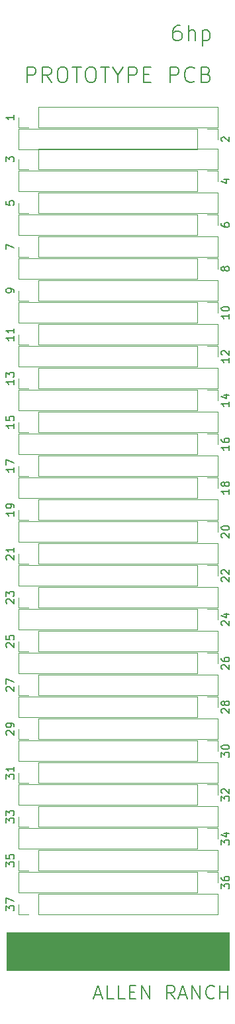
<source format=gbr>
%TF.GenerationSoftware,KiCad,Pcbnew,(5.1.6-0)*%
%TF.CreationDate,2022-12-22T20:14:18-05:00*%
%TF.ProjectId,Test Panel,54657374-2050-4616-9e65-6c2e6b696361,rev?*%
%TF.SameCoordinates,Original*%
%TF.FileFunction,Legend,Top*%
%TF.FilePolarity,Positive*%
%FSLAX46Y46*%
G04 Gerber Fmt 4.6, Leading zero omitted, Abs format (unit mm)*
G04 Created by KiCad (PCBNEW (5.1.6-0)) date 2022-12-22 20:14:18*
%MOMM*%
%LPD*%
G01*
G04 APERTURE LIST*
%ADD10C,0.150000*%
%ADD11C,0.100000*%
%ADD12C,0.120000*%
G04 APERTURE END LIST*
D10*
X81629428Y-34210761D02*
X81248476Y-34210761D01*
X81058000Y-34306000D01*
X80962761Y-34401238D01*
X80772285Y-34686952D01*
X80677047Y-35067904D01*
X80677047Y-35829809D01*
X80772285Y-36020285D01*
X80867523Y-36115523D01*
X81058000Y-36210761D01*
X81438952Y-36210761D01*
X81629428Y-36115523D01*
X81724666Y-36020285D01*
X81819904Y-35829809D01*
X81819904Y-35353619D01*
X81724666Y-35163142D01*
X81629428Y-35067904D01*
X81438952Y-34972666D01*
X81058000Y-34972666D01*
X80867523Y-35067904D01*
X80772285Y-35163142D01*
X80677047Y-35353619D01*
X82677047Y-36210761D02*
X82677047Y-34210761D01*
X83534190Y-36210761D02*
X83534190Y-35163142D01*
X83438952Y-34972666D01*
X83248476Y-34877428D01*
X82962761Y-34877428D01*
X82772285Y-34972666D01*
X82677047Y-35067904D01*
X84486571Y-34877428D02*
X84486571Y-36877428D01*
X84486571Y-34972666D02*
X84677047Y-34877428D01*
X85058000Y-34877428D01*
X85248476Y-34972666D01*
X85343714Y-35067904D01*
X85438952Y-35258380D01*
X85438952Y-35829809D01*
X85343714Y-36020285D01*
X85248476Y-36115523D01*
X85058000Y-36210761D01*
X84677047Y-36210761D01*
X84486571Y-36115523D01*
X61993333Y-41544761D02*
X61993333Y-39544761D01*
X62755238Y-39544761D01*
X62945714Y-39640000D01*
X63040952Y-39735238D01*
X63136190Y-39925714D01*
X63136190Y-40211428D01*
X63040952Y-40401904D01*
X62945714Y-40497142D01*
X62755238Y-40592380D01*
X61993333Y-40592380D01*
X65136190Y-41544761D02*
X64469523Y-40592380D01*
X63993333Y-41544761D02*
X63993333Y-39544761D01*
X64755238Y-39544761D01*
X64945714Y-39640000D01*
X65040952Y-39735238D01*
X65136190Y-39925714D01*
X65136190Y-40211428D01*
X65040952Y-40401904D01*
X64945714Y-40497142D01*
X64755238Y-40592380D01*
X63993333Y-40592380D01*
X66374285Y-39544761D02*
X66755238Y-39544761D01*
X66945714Y-39640000D01*
X67136190Y-39830476D01*
X67231428Y-40211428D01*
X67231428Y-40878095D01*
X67136190Y-41259047D01*
X66945714Y-41449523D01*
X66755238Y-41544761D01*
X66374285Y-41544761D01*
X66183809Y-41449523D01*
X65993333Y-41259047D01*
X65898095Y-40878095D01*
X65898095Y-40211428D01*
X65993333Y-39830476D01*
X66183809Y-39640000D01*
X66374285Y-39544761D01*
X67802857Y-39544761D02*
X68945714Y-39544761D01*
X68374285Y-41544761D02*
X68374285Y-39544761D01*
X69993333Y-39544761D02*
X70374285Y-39544761D01*
X70564761Y-39640000D01*
X70755238Y-39830476D01*
X70850476Y-40211428D01*
X70850476Y-40878095D01*
X70755238Y-41259047D01*
X70564761Y-41449523D01*
X70374285Y-41544761D01*
X69993333Y-41544761D01*
X69802857Y-41449523D01*
X69612380Y-41259047D01*
X69517142Y-40878095D01*
X69517142Y-40211428D01*
X69612380Y-39830476D01*
X69802857Y-39640000D01*
X69993333Y-39544761D01*
X71421904Y-39544761D02*
X72564761Y-39544761D01*
X71993333Y-41544761D02*
X71993333Y-39544761D01*
X73612380Y-40592380D02*
X73612380Y-41544761D01*
X72945714Y-39544761D02*
X73612380Y-40592380D01*
X74279047Y-39544761D01*
X74945714Y-41544761D02*
X74945714Y-39544761D01*
X75707619Y-39544761D01*
X75898095Y-39640000D01*
X75993333Y-39735238D01*
X76088571Y-39925714D01*
X76088571Y-40211428D01*
X75993333Y-40401904D01*
X75898095Y-40497142D01*
X75707619Y-40592380D01*
X74945714Y-40592380D01*
X76945714Y-40497142D02*
X77612380Y-40497142D01*
X77898095Y-41544761D02*
X76945714Y-41544761D01*
X76945714Y-39544761D01*
X77898095Y-39544761D01*
X80279047Y-41544761D02*
X80279047Y-39544761D01*
X81040952Y-39544761D01*
X81231428Y-39640000D01*
X81326666Y-39735238D01*
X81421904Y-39925714D01*
X81421904Y-40211428D01*
X81326666Y-40401904D01*
X81231428Y-40497142D01*
X81040952Y-40592380D01*
X80279047Y-40592380D01*
X83421904Y-41354285D02*
X83326666Y-41449523D01*
X83040952Y-41544761D01*
X82850476Y-41544761D01*
X82564761Y-41449523D01*
X82374285Y-41259047D01*
X82279047Y-41068571D01*
X82183809Y-40687619D01*
X82183809Y-40401904D01*
X82279047Y-40020952D01*
X82374285Y-39830476D01*
X82564761Y-39640000D01*
X82850476Y-39544761D01*
X83040952Y-39544761D01*
X83326666Y-39640000D01*
X83421904Y-39735238D01*
X84945714Y-40497142D02*
X85231428Y-40592380D01*
X85326666Y-40687619D01*
X85421904Y-40878095D01*
X85421904Y-41163809D01*
X85326666Y-41354285D01*
X85231428Y-41449523D01*
X85040952Y-41544761D01*
X84279047Y-41544761D01*
X84279047Y-39544761D01*
X84945714Y-39544761D01*
X85136190Y-39640000D01*
X85231428Y-39735238D01*
X85326666Y-39925714D01*
X85326666Y-40116190D01*
X85231428Y-40306666D01*
X85136190Y-40401904D01*
X84945714Y-40497142D01*
X84279047Y-40497142D01*
D11*
G36*
X87884000Y-154686000D02*
G01*
X59436000Y-154686000D01*
X59436000Y-149860000D01*
X87884000Y-149860000D01*
X87884000Y-154686000D01*
G37*
X87884000Y-154686000D02*
X59436000Y-154686000D01*
X59436000Y-149860000D01*
X87884000Y-149860000D01*
X87884000Y-154686000D01*
D10*
X70706333Y-157898666D02*
X71539666Y-157898666D01*
X70539666Y-158398666D02*
X71123000Y-156648666D01*
X71706333Y-158398666D01*
X73123000Y-158398666D02*
X72289666Y-158398666D01*
X72289666Y-156648666D01*
X74539666Y-158398666D02*
X73706333Y-158398666D01*
X73706333Y-156648666D01*
X75123000Y-157482000D02*
X75706333Y-157482000D01*
X75956333Y-158398666D02*
X75123000Y-158398666D01*
X75123000Y-156648666D01*
X75956333Y-156648666D01*
X76706333Y-158398666D02*
X76706333Y-156648666D01*
X77706333Y-158398666D01*
X77706333Y-156648666D01*
X80873000Y-158398666D02*
X80289666Y-157565333D01*
X79873000Y-158398666D02*
X79873000Y-156648666D01*
X80539666Y-156648666D01*
X80706333Y-156732000D01*
X80789666Y-156815333D01*
X80873000Y-156982000D01*
X80873000Y-157232000D01*
X80789666Y-157398666D01*
X80706333Y-157482000D01*
X80539666Y-157565333D01*
X79873000Y-157565333D01*
X81539666Y-157898666D02*
X82373000Y-157898666D01*
X81373000Y-158398666D02*
X81956333Y-156648666D01*
X82539666Y-158398666D01*
X83123000Y-158398666D02*
X83123000Y-156648666D01*
X84123000Y-158398666D01*
X84123000Y-156648666D01*
X85956333Y-158232000D02*
X85873000Y-158315333D01*
X85623000Y-158398666D01*
X85456333Y-158398666D01*
X85206333Y-158315333D01*
X85039666Y-158148666D01*
X84956333Y-157982000D01*
X84873000Y-157648666D01*
X84873000Y-157398666D01*
X84956333Y-157065333D01*
X85039666Y-156898666D01*
X85206333Y-156732000D01*
X85456333Y-156648666D01*
X85623000Y-156648666D01*
X85873000Y-156732000D01*
X85956333Y-156815333D01*
X86706333Y-158398666D02*
X86706333Y-156648666D01*
X86706333Y-157482000D02*
X87706333Y-157482000D01*
X87706333Y-158398666D02*
X87706333Y-156648666D01*
D12*
%TO.C,37*%
X63500000Y-147634000D02*
X86420000Y-147634000D01*
X86420000Y-147634000D02*
X86420000Y-144974000D01*
X86420000Y-144974000D02*
X63500000Y-144974000D01*
X63500000Y-144974000D02*
X63500000Y-147634000D01*
X62230000Y-147634000D02*
X60900000Y-147634000D01*
X60900000Y-147634000D02*
X60900000Y-146304000D01*
%TO.C,36*%
X83820000Y-142180000D02*
X60900000Y-142180000D01*
X60900000Y-142180000D02*
X60900000Y-144840000D01*
X60900000Y-144840000D02*
X83820000Y-144840000D01*
X83820000Y-144840000D02*
X83820000Y-142180000D01*
X85090000Y-142180000D02*
X86420000Y-142180000D01*
X86420000Y-142180000D02*
X86420000Y-143510000D01*
%TO.C,35*%
X63500000Y-142046000D02*
X86420000Y-142046000D01*
X86420000Y-142046000D02*
X86420000Y-139386000D01*
X86420000Y-139386000D02*
X63500000Y-139386000D01*
X63500000Y-139386000D02*
X63500000Y-142046000D01*
X62230000Y-142046000D02*
X60900000Y-142046000D01*
X60900000Y-142046000D02*
X60900000Y-140716000D01*
%TO.C,34*%
X83820000Y-136592000D02*
X60900000Y-136592000D01*
X60900000Y-136592000D02*
X60900000Y-139252000D01*
X60900000Y-139252000D02*
X83820000Y-139252000D01*
X83820000Y-139252000D02*
X83820000Y-136592000D01*
X85090000Y-136592000D02*
X86420000Y-136592000D01*
X86420000Y-136592000D02*
X86420000Y-137922000D01*
%TO.C,33*%
X63500000Y-136458000D02*
X86420000Y-136458000D01*
X86420000Y-136458000D02*
X86420000Y-133798000D01*
X86420000Y-133798000D02*
X63500000Y-133798000D01*
X63500000Y-133798000D02*
X63500000Y-136458000D01*
X62230000Y-136458000D02*
X60900000Y-136458000D01*
X60900000Y-136458000D02*
X60900000Y-135128000D01*
%TO.C,24*%
X83820000Y-108652000D02*
X60900000Y-108652000D01*
X60900000Y-108652000D02*
X60900000Y-111312000D01*
X60900000Y-111312000D02*
X83820000Y-111312000D01*
X83820000Y-111312000D02*
X83820000Y-108652000D01*
X85090000Y-108652000D02*
X86420000Y-108652000D01*
X86420000Y-108652000D02*
X86420000Y-109982000D01*
%TO.C,23*%
X63500000Y-108518000D02*
X86420000Y-108518000D01*
X86420000Y-108518000D02*
X86420000Y-105858000D01*
X86420000Y-105858000D02*
X63500000Y-105858000D01*
X63500000Y-105858000D02*
X63500000Y-108518000D01*
X62230000Y-108518000D02*
X60900000Y-108518000D01*
X60900000Y-108518000D02*
X60900000Y-107188000D01*
%TO.C,26*%
X83820000Y-114240000D02*
X60900000Y-114240000D01*
X60900000Y-114240000D02*
X60900000Y-116900000D01*
X60900000Y-116900000D02*
X83820000Y-116900000D01*
X83820000Y-116900000D02*
X83820000Y-114240000D01*
X85090000Y-114240000D02*
X86420000Y-114240000D01*
X86420000Y-114240000D02*
X86420000Y-115570000D01*
%TO.C,25*%
X63500000Y-114106000D02*
X86420000Y-114106000D01*
X86420000Y-114106000D02*
X86420000Y-111446000D01*
X86420000Y-111446000D02*
X63500000Y-111446000D01*
X63500000Y-111446000D02*
X63500000Y-114106000D01*
X62230000Y-114106000D02*
X60900000Y-114106000D01*
X60900000Y-114106000D02*
X60900000Y-112776000D01*
%TO.C,30*%
X83820000Y-125416000D02*
X60900000Y-125416000D01*
X60900000Y-125416000D02*
X60900000Y-128076000D01*
X60900000Y-128076000D02*
X83820000Y-128076000D01*
X83820000Y-128076000D02*
X83820000Y-125416000D01*
X85090000Y-125416000D02*
X86420000Y-125416000D01*
X86420000Y-125416000D02*
X86420000Y-126746000D01*
%TO.C,29*%
X63500000Y-125282000D02*
X86420000Y-125282000D01*
X86420000Y-125282000D02*
X86420000Y-122622000D01*
X86420000Y-122622000D02*
X63500000Y-122622000D01*
X63500000Y-122622000D02*
X63500000Y-125282000D01*
X62230000Y-125282000D02*
X60900000Y-125282000D01*
X60900000Y-125282000D02*
X60900000Y-123952000D01*
%TO.C,27*%
X63500000Y-119694000D02*
X86420000Y-119694000D01*
X86420000Y-119694000D02*
X86420000Y-117034000D01*
X86420000Y-117034000D02*
X63500000Y-117034000D01*
X63500000Y-117034000D02*
X63500000Y-119694000D01*
X62230000Y-119694000D02*
X60900000Y-119694000D01*
X60900000Y-119694000D02*
X60900000Y-118364000D01*
%TO.C,32*%
X83820000Y-131004000D02*
X60900000Y-131004000D01*
X60900000Y-131004000D02*
X60900000Y-133664000D01*
X60900000Y-133664000D02*
X83820000Y-133664000D01*
X83820000Y-133664000D02*
X83820000Y-131004000D01*
X85090000Y-131004000D02*
X86420000Y-131004000D01*
X86420000Y-131004000D02*
X86420000Y-132334000D01*
%TO.C,31*%
X63500000Y-130870000D02*
X86420000Y-130870000D01*
X86420000Y-130870000D02*
X86420000Y-128210000D01*
X86420000Y-128210000D02*
X63500000Y-128210000D01*
X63500000Y-128210000D02*
X63500000Y-130870000D01*
X62230000Y-130870000D02*
X60900000Y-130870000D01*
X60900000Y-130870000D02*
X60900000Y-129540000D01*
%TO.C,21*%
X63500000Y-102930000D02*
X86420000Y-102930000D01*
X86420000Y-102930000D02*
X86420000Y-100270000D01*
X86420000Y-100270000D02*
X63500000Y-100270000D01*
X63500000Y-100270000D02*
X63500000Y-102930000D01*
X62230000Y-102930000D02*
X60900000Y-102930000D01*
X60900000Y-102930000D02*
X60900000Y-101600000D01*
%TO.C,22*%
X83820000Y-103064000D02*
X60900000Y-103064000D01*
X60900000Y-103064000D02*
X60900000Y-105724000D01*
X60900000Y-105724000D02*
X83820000Y-105724000D01*
X83820000Y-105724000D02*
X83820000Y-103064000D01*
X85090000Y-103064000D02*
X86420000Y-103064000D01*
X86420000Y-103064000D02*
X86420000Y-104394000D01*
%TO.C,28*%
X83820000Y-119828000D02*
X60900000Y-119828000D01*
X60900000Y-119828000D02*
X60900000Y-122488000D01*
X60900000Y-122488000D02*
X83820000Y-122488000D01*
X83820000Y-122488000D02*
X83820000Y-119828000D01*
X85090000Y-119828000D02*
X86420000Y-119828000D01*
X86420000Y-119828000D02*
X86420000Y-121158000D01*
%TO.C,19*%
X63500000Y-97342000D02*
X86420000Y-97342000D01*
X86420000Y-97342000D02*
X86420000Y-94682000D01*
X86420000Y-94682000D02*
X63500000Y-94682000D01*
X63500000Y-94682000D02*
X63500000Y-97342000D01*
X62230000Y-97342000D02*
X60900000Y-97342000D01*
X60900000Y-97342000D02*
X60900000Y-96012000D01*
%TO.C,20*%
X83820000Y-97476000D02*
X60900000Y-97476000D01*
X60900000Y-97476000D02*
X60900000Y-100136000D01*
X60900000Y-100136000D02*
X83820000Y-100136000D01*
X83820000Y-100136000D02*
X83820000Y-97476000D01*
X85090000Y-97476000D02*
X86420000Y-97476000D01*
X86420000Y-97476000D02*
X86420000Y-98806000D01*
%TO.C,17*%
X63500000Y-91754000D02*
X86420000Y-91754000D01*
X86420000Y-91754000D02*
X86420000Y-89094000D01*
X86420000Y-89094000D02*
X63500000Y-89094000D01*
X63500000Y-89094000D02*
X63500000Y-91754000D01*
X62230000Y-91754000D02*
X60900000Y-91754000D01*
X60900000Y-91754000D02*
X60900000Y-90424000D01*
%TO.C,18*%
X83820000Y-91888000D02*
X60900000Y-91888000D01*
X60900000Y-91888000D02*
X60900000Y-94548000D01*
X60900000Y-94548000D02*
X83820000Y-94548000D01*
X83820000Y-94548000D02*
X83820000Y-91888000D01*
X85090000Y-91888000D02*
X86420000Y-91888000D01*
X86420000Y-91888000D02*
X86420000Y-93218000D01*
%TO.C,15*%
X63500000Y-86166000D02*
X86420000Y-86166000D01*
X86420000Y-86166000D02*
X86420000Y-83506000D01*
X86420000Y-83506000D02*
X63500000Y-83506000D01*
X63500000Y-83506000D02*
X63500000Y-86166000D01*
X62230000Y-86166000D02*
X60900000Y-86166000D01*
X60900000Y-86166000D02*
X60900000Y-84836000D01*
%TO.C,16*%
X83820000Y-86300000D02*
X60900000Y-86300000D01*
X60900000Y-86300000D02*
X60900000Y-88960000D01*
X60900000Y-88960000D02*
X83820000Y-88960000D01*
X83820000Y-88960000D02*
X83820000Y-86300000D01*
X85090000Y-86300000D02*
X86420000Y-86300000D01*
X86420000Y-86300000D02*
X86420000Y-87630000D01*
%TO.C,13*%
X63500000Y-80578000D02*
X86420000Y-80578000D01*
X86420000Y-80578000D02*
X86420000Y-77918000D01*
X86420000Y-77918000D02*
X63500000Y-77918000D01*
X63500000Y-77918000D02*
X63500000Y-80578000D01*
X62230000Y-80578000D02*
X60900000Y-80578000D01*
X60900000Y-80578000D02*
X60900000Y-79248000D01*
%TO.C,14*%
X83820000Y-80712000D02*
X60900000Y-80712000D01*
X60900000Y-80712000D02*
X60900000Y-83372000D01*
X60900000Y-83372000D02*
X83820000Y-83372000D01*
X83820000Y-83372000D02*
X83820000Y-80712000D01*
X85090000Y-80712000D02*
X86420000Y-80712000D01*
X86420000Y-80712000D02*
X86420000Y-82042000D01*
%TO.C,11*%
X63500000Y-74990000D02*
X86420000Y-74990000D01*
X86420000Y-74990000D02*
X86420000Y-72330000D01*
X86420000Y-72330000D02*
X63500000Y-72330000D01*
X63500000Y-72330000D02*
X63500000Y-74990000D01*
X62230000Y-74990000D02*
X60900000Y-74990000D01*
X60900000Y-74990000D02*
X60900000Y-73660000D01*
%TO.C,12*%
X83820000Y-75124000D02*
X60900000Y-75124000D01*
X60900000Y-75124000D02*
X60900000Y-77784000D01*
X60900000Y-77784000D02*
X83820000Y-77784000D01*
X83820000Y-77784000D02*
X83820000Y-75124000D01*
X85090000Y-75124000D02*
X86420000Y-75124000D01*
X86420000Y-75124000D02*
X86420000Y-76454000D01*
%TO.C,9*%
X63500000Y-69402000D02*
X86420000Y-69402000D01*
X86420000Y-69402000D02*
X86420000Y-66742000D01*
X86420000Y-66742000D02*
X63500000Y-66742000D01*
X63500000Y-66742000D02*
X63500000Y-69402000D01*
X62230000Y-69402000D02*
X60900000Y-69402000D01*
X60900000Y-69402000D02*
X60900000Y-68072000D01*
%TO.C,10*%
X83820000Y-69536000D02*
X60900000Y-69536000D01*
X60900000Y-69536000D02*
X60900000Y-72196000D01*
X60900000Y-72196000D02*
X83820000Y-72196000D01*
X83820000Y-72196000D02*
X83820000Y-69536000D01*
X85090000Y-69536000D02*
X86420000Y-69536000D01*
X86420000Y-69536000D02*
X86420000Y-70866000D01*
%TO.C,7*%
X63500000Y-63814000D02*
X86420000Y-63814000D01*
X86420000Y-63814000D02*
X86420000Y-61154000D01*
X86420000Y-61154000D02*
X63500000Y-61154000D01*
X63500000Y-61154000D02*
X63500000Y-63814000D01*
X62230000Y-63814000D02*
X60900000Y-63814000D01*
X60900000Y-63814000D02*
X60900000Y-62484000D01*
%TO.C,8*%
X83820000Y-63948000D02*
X60900000Y-63948000D01*
X60900000Y-63948000D02*
X60900000Y-66608000D01*
X60900000Y-66608000D02*
X83820000Y-66608000D01*
X83820000Y-66608000D02*
X83820000Y-63948000D01*
X85090000Y-63948000D02*
X86420000Y-63948000D01*
X86420000Y-63948000D02*
X86420000Y-65278000D01*
%TO.C,5*%
X63500000Y-58226000D02*
X86420000Y-58226000D01*
X86420000Y-58226000D02*
X86420000Y-55566000D01*
X86420000Y-55566000D02*
X63500000Y-55566000D01*
X63500000Y-55566000D02*
X63500000Y-58226000D01*
X62230000Y-58226000D02*
X60900000Y-58226000D01*
X60900000Y-58226000D02*
X60900000Y-56896000D01*
%TO.C,6*%
X83820000Y-58360000D02*
X60900000Y-58360000D01*
X60900000Y-58360000D02*
X60900000Y-61020000D01*
X60900000Y-61020000D02*
X83820000Y-61020000D01*
X83820000Y-61020000D02*
X83820000Y-58360000D01*
X85090000Y-58360000D02*
X86420000Y-58360000D01*
X86420000Y-58360000D02*
X86420000Y-59690000D01*
%TO.C,3*%
X63500000Y-52638000D02*
X86420000Y-52638000D01*
X86420000Y-52638000D02*
X86420000Y-49978000D01*
X86420000Y-49978000D02*
X63500000Y-49978000D01*
X63500000Y-49978000D02*
X63500000Y-52638000D01*
X62230000Y-52638000D02*
X60900000Y-52638000D01*
X60900000Y-52638000D02*
X60900000Y-51308000D01*
%TO.C,4*%
X83820000Y-52772000D02*
X60900000Y-52772000D01*
X60900000Y-52772000D02*
X60900000Y-55432000D01*
X60900000Y-55432000D02*
X83820000Y-55432000D01*
X83820000Y-55432000D02*
X83820000Y-52772000D01*
X85090000Y-52772000D02*
X86420000Y-52772000D01*
X86420000Y-52772000D02*
X86420000Y-54102000D01*
%TO.C,2*%
X83820000Y-47438000D02*
X60900000Y-47438000D01*
X60900000Y-47438000D02*
X60900000Y-50098000D01*
X60900000Y-50098000D02*
X83820000Y-50098000D01*
X83820000Y-50098000D02*
X83820000Y-47438000D01*
X85090000Y-47438000D02*
X86420000Y-47438000D01*
X86420000Y-47438000D02*
X86420000Y-48768000D01*
%TO.C,1*%
X63500000Y-47304000D02*
X86420000Y-47304000D01*
X86420000Y-47304000D02*
X86420000Y-44644000D01*
X86420000Y-44644000D02*
X63500000Y-44644000D01*
X63500000Y-44644000D02*
X63500000Y-47304000D01*
X62230000Y-47304000D02*
X60900000Y-47304000D01*
X60900000Y-47304000D02*
X60900000Y-45974000D01*
%TO.C,37*%
D10*
X59352380Y-147113523D02*
X59352380Y-146494476D01*
X59733333Y-146827809D01*
X59733333Y-146684952D01*
X59780952Y-146589714D01*
X59828571Y-146542095D01*
X59923809Y-146494476D01*
X60161904Y-146494476D01*
X60257142Y-146542095D01*
X60304761Y-146589714D01*
X60352380Y-146684952D01*
X60352380Y-146970666D01*
X60304761Y-147065904D01*
X60257142Y-147113523D01*
X59352380Y-146161142D02*
X59352380Y-145494476D01*
X60352380Y-145923047D01*
%TO.C,36*%
X86872380Y-144319523D02*
X86872380Y-143700476D01*
X87253333Y-144033809D01*
X87253333Y-143890952D01*
X87300952Y-143795714D01*
X87348571Y-143748095D01*
X87443809Y-143700476D01*
X87681904Y-143700476D01*
X87777142Y-143748095D01*
X87824761Y-143795714D01*
X87872380Y-143890952D01*
X87872380Y-144176666D01*
X87824761Y-144271904D01*
X87777142Y-144319523D01*
X86872380Y-142843333D02*
X86872380Y-143033809D01*
X86920000Y-143129047D01*
X86967619Y-143176666D01*
X87110476Y-143271904D01*
X87300952Y-143319523D01*
X87681904Y-143319523D01*
X87777142Y-143271904D01*
X87824761Y-143224285D01*
X87872380Y-143129047D01*
X87872380Y-142938571D01*
X87824761Y-142843333D01*
X87777142Y-142795714D01*
X87681904Y-142748095D01*
X87443809Y-142748095D01*
X87348571Y-142795714D01*
X87300952Y-142843333D01*
X87253333Y-142938571D01*
X87253333Y-143129047D01*
X87300952Y-143224285D01*
X87348571Y-143271904D01*
X87443809Y-143319523D01*
%TO.C,35*%
X59352380Y-141525523D02*
X59352380Y-140906476D01*
X59733333Y-141239809D01*
X59733333Y-141096952D01*
X59780952Y-141001714D01*
X59828571Y-140954095D01*
X59923809Y-140906476D01*
X60161904Y-140906476D01*
X60257142Y-140954095D01*
X60304761Y-141001714D01*
X60352380Y-141096952D01*
X60352380Y-141382666D01*
X60304761Y-141477904D01*
X60257142Y-141525523D01*
X59352380Y-140001714D02*
X59352380Y-140477904D01*
X59828571Y-140525523D01*
X59780952Y-140477904D01*
X59733333Y-140382666D01*
X59733333Y-140144571D01*
X59780952Y-140049333D01*
X59828571Y-140001714D01*
X59923809Y-139954095D01*
X60161904Y-139954095D01*
X60257142Y-140001714D01*
X60304761Y-140049333D01*
X60352380Y-140144571D01*
X60352380Y-140382666D01*
X60304761Y-140477904D01*
X60257142Y-140525523D01*
%TO.C,34*%
X86872380Y-138731523D02*
X86872380Y-138112476D01*
X87253333Y-138445809D01*
X87253333Y-138302952D01*
X87300952Y-138207714D01*
X87348571Y-138160095D01*
X87443809Y-138112476D01*
X87681904Y-138112476D01*
X87777142Y-138160095D01*
X87824761Y-138207714D01*
X87872380Y-138302952D01*
X87872380Y-138588666D01*
X87824761Y-138683904D01*
X87777142Y-138731523D01*
X87205714Y-137255333D02*
X87872380Y-137255333D01*
X86824761Y-137493428D02*
X87539047Y-137731523D01*
X87539047Y-137112476D01*
%TO.C,33*%
X59352380Y-135937523D02*
X59352380Y-135318476D01*
X59733333Y-135651809D01*
X59733333Y-135508952D01*
X59780952Y-135413714D01*
X59828571Y-135366095D01*
X59923809Y-135318476D01*
X60161904Y-135318476D01*
X60257142Y-135366095D01*
X60304761Y-135413714D01*
X60352380Y-135508952D01*
X60352380Y-135794666D01*
X60304761Y-135889904D01*
X60257142Y-135937523D01*
X59352380Y-134985142D02*
X59352380Y-134366095D01*
X59733333Y-134699428D01*
X59733333Y-134556571D01*
X59780952Y-134461333D01*
X59828571Y-134413714D01*
X59923809Y-134366095D01*
X60161904Y-134366095D01*
X60257142Y-134413714D01*
X60304761Y-134461333D01*
X60352380Y-134556571D01*
X60352380Y-134842285D01*
X60304761Y-134937523D01*
X60257142Y-134985142D01*
%TO.C,24*%
X86967619Y-110743904D02*
X86920000Y-110696285D01*
X86872380Y-110601047D01*
X86872380Y-110362952D01*
X86920000Y-110267714D01*
X86967619Y-110220095D01*
X87062857Y-110172476D01*
X87158095Y-110172476D01*
X87300952Y-110220095D01*
X87872380Y-110791523D01*
X87872380Y-110172476D01*
X87205714Y-109315333D02*
X87872380Y-109315333D01*
X86824761Y-109553428D02*
X87539047Y-109791523D01*
X87539047Y-109172476D01*
%TO.C,23*%
X59447619Y-107949904D02*
X59400000Y-107902285D01*
X59352380Y-107807047D01*
X59352380Y-107568952D01*
X59400000Y-107473714D01*
X59447619Y-107426095D01*
X59542857Y-107378476D01*
X59638095Y-107378476D01*
X59780952Y-107426095D01*
X60352380Y-107997523D01*
X60352380Y-107378476D01*
X59352380Y-107045142D02*
X59352380Y-106426095D01*
X59733333Y-106759428D01*
X59733333Y-106616571D01*
X59780952Y-106521333D01*
X59828571Y-106473714D01*
X59923809Y-106426095D01*
X60161904Y-106426095D01*
X60257142Y-106473714D01*
X60304761Y-106521333D01*
X60352380Y-106616571D01*
X60352380Y-106902285D01*
X60304761Y-106997523D01*
X60257142Y-107045142D01*
%TO.C,26*%
X86967619Y-116331904D02*
X86920000Y-116284285D01*
X86872380Y-116189047D01*
X86872380Y-115950952D01*
X86920000Y-115855714D01*
X86967619Y-115808095D01*
X87062857Y-115760476D01*
X87158095Y-115760476D01*
X87300952Y-115808095D01*
X87872380Y-116379523D01*
X87872380Y-115760476D01*
X86872380Y-114903333D02*
X86872380Y-115093809D01*
X86920000Y-115189047D01*
X86967619Y-115236666D01*
X87110476Y-115331904D01*
X87300952Y-115379523D01*
X87681904Y-115379523D01*
X87777142Y-115331904D01*
X87824761Y-115284285D01*
X87872380Y-115189047D01*
X87872380Y-114998571D01*
X87824761Y-114903333D01*
X87777142Y-114855714D01*
X87681904Y-114808095D01*
X87443809Y-114808095D01*
X87348571Y-114855714D01*
X87300952Y-114903333D01*
X87253333Y-114998571D01*
X87253333Y-115189047D01*
X87300952Y-115284285D01*
X87348571Y-115331904D01*
X87443809Y-115379523D01*
%TO.C,25*%
X59447619Y-113537904D02*
X59400000Y-113490285D01*
X59352380Y-113395047D01*
X59352380Y-113156952D01*
X59400000Y-113061714D01*
X59447619Y-113014095D01*
X59542857Y-112966476D01*
X59638095Y-112966476D01*
X59780952Y-113014095D01*
X60352380Y-113585523D01*
X60352380Y-112966476D01*
X59352380Y-112061714D02*
X59352380Y-112537904D01*
X59828571Y-112585523D01*
X59780952Y-112537904D01*
X59733333Y-112442666D01*
X59733333Y-112204571D01*
X59780952Y-112109333D01*
X59828571Y-112061714D01*
X59923809Y-112014095D01*
X60161904Y-112014095D01*
X60257142Y-112061714D01*
X60304761Y-112109333D01*
X60352380Y-112204571D01*
X60352380Y-112442666D01*
X60304761Y-112537904D01*
X60257142Y-112585523D01*
%TO.C,30*%
X86872380Y-127555523D02*
X86872380Y-126936476D01*
X87253333Y-127269809D01*
X87253333Y-127126952D01*
X87300952Y-127031714D01*
X87348571Y-126984095D01*
X87443809Y-126936476D01*
X87681904Y-126936476D01*
X87777142Y-126984095D01*
X87824761Y-127031714D01*
X87872380Y-127126952D01*
X87872380Y-127412666D01*
X87824761Y-127507904D01*
X87777142Y-127555523D01*
X86872380Y-126317428D02*
X86872380Y-126222190D01*
X86920000Y-126126952D01*
X86967619Y-126079333D01*
X87062857Y-126031714D01*
X87253333Y-125984095D01*
X87491428Y-125984095D01*
X87681904Y-126031714D01*
X87777142Y-126079333D01*
X87824761Y-126126952D01*
X87872380Y-126222190D01*
X87872380Y-126317428D01*
X87824761Y-126412666D01*
X87777142Y-126460285D01*
X87681904Y-126507904D01*
X87491428Y-126555523D01*
X87253333Y-126555523D01*
X87062857Y-126507904D01*
X86967619Y-126460285D01*
X86920000Y-126412666D01*
X86872380Y-126317428D01*
%TO.C,29*%
X59447619Y-124713904D02*
X59400000Y-124666285D01*
X59352380Y-124571047D01*
X59352380Y-124332952D01*
X59400000Y-124237714D01*
X59447619Y-124190095D01*
X59542857Y-124142476D01*
X59638095Y-124142476D01*
X59780952Y-124190095D01*
X60352380Y-124761523D01*
X60352380Y-124142476D01*
X60352380Y-123666285D02*
X60352380Y-123475809D01*
X60304761Y-123380571D01*
X60257142Y-123332952D01*
X60114285Y-123237714D01*
X59923809Y-123190095D01*
X59542857Y-123190095D01*
X59447619Y-123237714D01*
X59400000Y-123285333D01*
X59352380Y-123380571D01*
X59352380Y-123571047D01*
X59400000Y-123666285D01*
X59447619Y-123713904D01*
X59542857Y-123761523D01*
X59780952Y-123761523D01*
X59876190Y-123713904D01*
X59923809Y-123666285D01*
X59971428Y-123571047D01*
X59971428Y-123380571D01*
X59923809Y-123285333D01*
X59876190Y-123237714D01*
X59780952Y-123190095D01*
%TO.C,27*%
X59447619Y-119125904D02*
X59400000Y-119078285D01*
X59352380Y-118983047D01*
X59352380Y-118744952D01*
X59400000Y-118649714D01*
X59447619Y-118602095D01*
X59542857Y-118554476D01*
X59638095Y-118554476D01*
X59780952Y-118602095D01*
X60352380Y-119173523D01*
X60352380Y-118554476D01*
X59352380Y-118221142D02*
X59352380Y-117554476D01*
X60352380Y-117983047D01*
%TO.C,32*%
X86872380Y-133143523D02*
X86872380Y-132524476D01*
X87253333Y-132857809D01*
X87253333Y-132714952D01*
X87300952Y-132619714D01*
X87348571Y-132572095D01*
X87443809Y-132524476D01*
X87681904Y-132524476D01*
X87777142Y-132572095D01*
X87824761Y-132619714D01*
X87872380Y-132714952D01*
X87872380Y-133000666D01*
X87824761Y-133095904D01*
X87777142Y-133143523D01*
X86967619Y-132143523D02*
X86920000Y-132095904D01*
X86872380Y-132000666D01*
X86872380Y-131762571D01*
X86920000Y-131667333D01*
X86967619Y-131619714D01*
X87062857Y-131572095D01*
X87158095Y-131572095D01*
X87300952Y-131619714D01*
X87872380Y-132191142D01*
X87872380Y-131572095D01*
%TO.C,31*%
X59352380Y-130349523D02*
X59352380Y-129730476D01*
X59733333Y-130063809D01*
X59733333Y-129920952D01*
X59780952Y-129825714D01*
X59828571Y-129778095D01*
X59923809Y-129730476D01*
X60161904Y-129730476D01*
X60257142Y-129778095D01*
X60304761Y-129825714D01*
X60352380Y-129920952D01*
X60352380Y-130206666D01*
X60304761Y-130301904D01*
X60257142Y-130349523D01*
X60352380Y-128778095D02*
X60352380Y-129349523D01*
X60352380Y-129063809D02*
X59352380Y-129063809D01*
X59495238Y-129159047D01*
X59590476Y-129254285D01*
X59638095Y-129349523D01*
%TO.C,21*%
X59447619Y-102361904D02*
X59400000Y-102314285D01*
X59352380Y-102219047D01*
X59352380Y-101980952D01*
X59400000Y-101885714D01*
X59447619Y-101838095D01*
X59542857Y-101790476D01*
X59638095Y-101790476D01*
X59780952Y-101838095D01*
X60352380Y-102409523D01*
X60352380Y-101790476D01*
X60352380Y-100838095D02*
X60352380Y-101409523D01*
X60352380Y-101123809D02*
X59352380Y-101123809D01*
X59495238Y-101219047D01*
X59590476Y-101314285D01*
X59638095Y-101409523D01*
%TO.C,22*%
X86967619Y-105155904D02*
X86920000Y-105108285D01*
X86872380Y-105013047D01*
X86872380Y-104774952D01*
X86920000Y-104679714D01*
X86967619Y-104632095D01*
X87062857Y-104584476D01*
X87158095Y-104584476D01*
X87300952Y-104632095D01*
X87872380Y-105203523D01*
X87872380Y-104584476D01*
X86967619Y-104203523D02*
X86920000Y-104155904D01*
X86872380Y-104060666D01*
X86872380Y-103822571D01*
X86920000Y-103727333D01*
X86967619Y-103679714D01*
X87062857Y-103632095D01*
X87158095Y-103632095D01*
X87300952Y-103679714D01*
X87872380Y-104251142D01*
X87872380Y-103632095D01*
%TO.C,28*%
X86967619Y-121919904D02*
X86920000Y-121872285D01*
X86872380Y-121777047D01*
X86872380Y-121538952D01*
X86920000Y-121443714D01*
X86967619Y-121396095D01*
X87062857Y-121348476D01*
X87158095Y-121348476D01*
X87300952Y-121396095D01*
X87872380Y-121967523D01*
X87872380Y-121348476D01*
X87300952Y-120777047D02*
X87253333Y-120872285D01*
X87205714Y-120919904D01*
X87110476Y-120967523D01*
X87062857Y-120967523D01*
X86967619Y-120919904D01*
X86920000Y-120872285D01*
X86872380Y-120777047D01*
X86872380Y-120586571D01*
X86920000Y-120491333D01*
X86967619Y-120443714D01*
X87062857Y-120396095D01*
X87110476Y-120396095D01*
X87205714Y-120443714D01*
X87253333Y-120491333D01*
X87300952Y-120586571D01*
X87300952Y-120777047D01*
X87348571Y-120872285D01*
X87396190Y-120919904D01*
X87491428Y-120967523D01*
X87681904Y-120967523D01*
X87777142Y-120919904D01*
X87824761Y-120872285D01*
X87872380Y-120777047D01*
X87872380Y-120586571D01*
X87824761Y-120491333D01*
X87777142Y-120443714D01*
X87681904Y-120396095D01*
X87491428Y-120396095D01*
X87396190Y-120443714D01*
X87348571Y-120491333D01*
X87300952Y-120586571D01*
%TO.C,19*%
X60352380Y-96202476D02*
X60352380Y-96773904D01*
X60352380Y-96488190D02*
X59352380Y-96488190D01*
X59495238Y-96583428D01*
X59590476Y-96678666D01*
X59638095Y-96773904D01*
X60352380Y-95726285D02*
X60352380Y-95535809D01*
X60304761Y-95440571D01*
X60257142Y-95392952D01*
X60114285Y-95297714D01*
X59923809Y-95250095D01*
X59542857Y-95250095D01*
X59447619Y-95297714D01*
X59400000Y-95345333D01*
X59352380Y-95440571D01*
X59352380Y-95631047D01*
X59400000Y-95726285D01*
X59447619Y-95773904D01*
X59542857Y-95821523D01*
X59780952Y-95821523D01*
X59876190Y-95773904D01*
X59923809Y-95726285D01*
X59971428Y-95631047D01*
X59971428Y-95440571D01*
X59923809Y-95345333D01*
X59876190Y-95297714D01*
X59780952Y-95250095D01*
%TO.C,20*%
X86967619Y-99567904D02*
X86920000Y-99520285D01*
X86872380Y-99425047D01*
X86872380Y-99186952D01*
X86920000Y-99091714D01*
X86967619Y-99044095D01*
X87062857Y-98996476D01*
X87158095Y-98996476D01*
X87300952Y-99044095D01*
X87872380Y-99615523D01*
X87872380Y-98996476D01*
X86872380Y-98377428D02*
X86872380Y-98282190D01*
X86920000Y-98186952D01*
X86967619Y-98139333D01*
X87062857Y-98091714D01*
X87253333Y-98044095D01*
X87491428Y-98044095D01*
X87681904Y-98091714D01*
X87777142Y-98139333D01*
X87824761Y-98186952D01*
X87872380Y-98282190D01*
X87872380Y-98377428D01*
X87824761Y-98472666D01*
X87777142Y-98520285D01*
X87681904Y-98567904D01*
X87491428Y-98615523D01*
X87253333Y-98615523D01*
X87062857Y-98567904D01*
X86967619Y-98520285D01*
X86920000Y-98472666D01*
X86872380Y-98377428D01*
%TO.C,17*%
X60352380Y-90614476D02*
X60352380Y-91185904D01*
X60352380Y-90900190D02*
X59352380Y-90900190D01*
X59495238Y-90995428D01*
X59590476Y-91090666D01*
X59638095Y-91185904D01*
X59352380Y-90281142D02*
X59352380Y-89614476D01*
X60352380Y-90043047D01*
%TO.C,18*%
X87872380Y-93408476D02*
X87872380Y-93979904D01*
X87872380Y-93694190D02*
X86872380Y-93694190D01*
X87015238Y-93789428D01*
X87110476Y-93884666D01*
X87158095Y-93979904D01*
X87300952Y-92837047D02*
X87253333Y-92932285D01*
X87205714Y-92979904D01*
X87110476Y-93027523D01*
X87062857Y-93027523D01*
X86967619Y-92979904D01*
X86920000Y-92932285D01*
X86872380Y-92837047D01*
X86872380Y-92646571D01*
X86920000Y-92551333D01*
X86967619Y-92503714D01*
X87062857Y-92456095D01*
X87110476Y-92456095D01*
X87205714Y-92503714D01*
X87253333Y-92551333D01*
X87300952Y-92646571D01*
X87300952Y-92837047D01*
X87348571Y-92932285D01*
X87396190Y-92979904D01*
X87491428Y-93027523D01*
X87681904Y-93027523D01*
X87777142Y-92979904D01*
X87824761Y-92932285D01*
X87872380Y-92837047D01*
X87872380Y-92646571D01*
X87824761Y-92551333D01*
X87777142Y-92503714D01*
X87681904Y-92456095D01*
X87491428Y-92456095D01*
X87396190Y-92503714D01*
X87348571Y-92551333D01*
X87300952Y-92646571D01*
%TO.C,15*%
X60352380Y-85026476D02*
X60352380Y-85597904D01*
X60352380Y-85312190D02*
X59352380Y-85312190D01*
X59495238Y-85407428D01*
X59590476Y-85502666D01*
X59638095Y-85597904D01*
X59352380Y-84121714D02*
X59352380Y-84597904D01*
X59828571Y-84645523D01*
X59780952Y-84597904D01*
X59733333Y-84502666D01*
X59733333Y-84264571D01*
X59780952Y-84169333D01*
X59828571Y-84121714D01*
X59923809Y-84074095D01*
X60161904Y-84074095D01*
X60257142Y-84121714D01*
X60304761Y-84169333D01*
X60352380Y-84264571D01*
X60352380Y-84502666D01*
X60304761Y-84597904D01*
X60257142Y-84645523D01*
%TO.C,16*%
X87872380Y-87820476D02*
X87872380Y-88391904D01*
X87872380Y-88106190D02*
X86872380Y-88106190D01*
X87015238Y-88201428D01*
X87110476Y-88296666D01*
X87158095Y-88391904D01*
X86872380Y-86963333D02*
X86872380Y-87153809D01*
X86920000Y-87249047D01*
X86967619Y-87296666D01*
X87110476Y-87391904D01*
X87300952Y-87439523D01*
X87681904Y-87439523D01*
X87777142Y-87391904D01*
X87824761Y-87344285D01*
X87872380Y-87249047D01*
X87872380Y-87058571D01*
X87824761Y-86963333D01*
X87777142Y-86915714D01*
X87681904Y-86868095D01*
X87443809Y-86868095D01*
X87348571Y-86915714D01*
X87300952Y-86963333D01*
X87253333Y-87058571D01*
X87253333Y-87249047D01*
X87300952Y-87344285D01*
X87348571Y-87391904D01*
X87443809Y-87439523D01*
%TO.C,13*%
X60352380Y-79438476D02*
X60352380Y-80009904D01*
X60352380Y-79724190D02*
X59352380Y-79724190D01*
X59495238Y-79819428D01*
X59590476Y-79914666D01*
X59638095Y-80009904D01*
X59352380Y-79105142D02*
X59352380Y-78486095D01*
X59733333Y-78819428D01*
X59733333Y-78676571D01*
X59780952Y-78581333D01*
X59828571Y-78533714D01*
X59923809Y-78486095D01*
X60161904Y-78486095D01*
X60257142Y-78533714D01*
X60304761Y-78581333D01*
X60352380Y-78676571D01*
X60352380Y-78962285D01*
X60304761Y-79057523D01*
X60257142Y-79105142D01*
%TO.C,14*%
X87872380Y-82232476D02*
X87872380Y-82803904D01*
X87872380Y-82518190D02*
X86872380Y-82518190D01*
X87015238Y-82613428D01*
X87110476Y-82708666D01*
X87158095Y-82803904D01*
X87205714Y-81375333D02*
X87872380Y-81375333D01*
X86824761Y-81613428D02*
X87539047Y-81851523D01*
X87539047Y-81232476D01*
%TO.C,11*%
X60352380Y-73850476D02*
X60352380Y-74421904D01*
X60352380Y-74136190D02*
X59352380Y-74136190D01*
X59495238Y-74231428D01*
X59590476Y-74326666D01*
X59638095Y-74421904D01*
X60352380Y-72898095D02*
X60352380Y-73469523D01*
X60352380Y-73183809D02*
X59352380Y-73183809D01*
X59495238Y-73279047D01*
X59590476Y-73374285D01*
X59638095Y-73469523D01*
%TO.C,12*%
X87872380Y-76644476D02*
X87872380Y-77215904D01*
X87872380Y-76930190D02*
X86872380Y-76930190D01*
X87015238Y-77025428D01*
X87110476Y-77120666D01*
X87158095Y-77215904D01*
X86967619Y-76263523D02*
X86920000Y-76215904D01*
X86872380Y-76120666D01*
X86872380Y-75882571D01*
X86920000Y-75787333D01*
X86967619Y-75739714D01*
X87062857Y-75692095D01*
X87158095Y-75692095D01*
X87300952Y-75739714D01*
X87872380Y-76311142D01*
X87872380Y-75692095D01*
%TO.C,9*%
X60352380Y-68262476D02*
X60352380Y-68072000D01*
X60304761Y-67976761D01*
X60257142Y-67929142D01*
X60114285Y-67833904D01*
X59923809Y-67786285D01*
X59542857Y-67786285D01*
X59447619Y-67833904D01*
X59400000Y-67881523D01*
X59352380Y-67976761D01*
X59352380Y-68167238D01*
X59400000Y-68262476D01*
X59447619Y-68310095D01*
X59542857Y-68357714D01*
X59780952Y-68357714D01*
X59876190Y-68310095D01*
X59923809Y-68262476D01*
X59971428Y-68167238D01*
X59971428Y-67976761D01*
X59923809Y-67881523D01*
X59876190Y-67833904D01*
X59780952Y-67786285D01*
%TO.C,10*%
X87872380Y-71056476D02*
X87872380Y-71627904D01*
X87872380Y-71342190D02*
X86872380Y-71342190D01*
X87015238Y-71437428D01*
X87110476Y-71532666D01*
X87158095Y-71627904D01*
X86872380Y-70437428D02*
X86872380Y-70342190D01*
X86920000Y-70246952D01*
X86967619Y-70199333D01*
X87062857Y-70151714D01*
X87253333Y-70104095D01*
X87491428Y-70104095D01*
X87681904Y-70151714D01*
X87777142Y-70199333D01*
X87824761Y-70246952D01*
X87872380Y-70342190D01*
X87872380Y-70437428D01*
X87824761Y-70532666D01*
X87777142Y-70580285D01*
X87681904Y-70627904D01*
X87491428Y-70675523D01*
X87253333Y-70675523D01*
X87062857Y-70627904D01*
X86967619Y-70580285D01*
X86920000Y-70532666D01*
X86872380Y-70437428D01*
%TO.C,7*%
X59352380Y-62817333D02*
X59352380Y-62150666D01*
X60352380Y-62579238D01*
%TO.C,8*%
X87300952Y-65373238D02*
X87253333Y-65468476D01*
X87205714Y-65516095D01*
X87110476Y-65563714D01*
X87062857Y-65563714D01*
X86967619Y-65516095D01*
X86920000Y-65468476D01*
X86872380Y-65373238D01*
X86872380Y-65182761D01*
X86920000Y-65087523D01*
X86967619Y-65039904D01*
X87062857Y-64992285D01*
X87110476Y-64992285D01*
X87205714Y-65039904D01*
X87253333Y-65087523D01*
X87300952Y-65182761D01*
X87300952Y-65373238D01*
X87348571Y-65468476D01*
X87396190Y-65516095D01*
X87491428Y-65563714D01*
X87681904Y-65563714D01*
X87777142Y-65516095D01*
X87824761Y-65468476D01*
X87872380Y-65373238D01*
X87872380Y-65182761D01*
X87824761Y-65087523D01*
X87777142Y-65039904D01*
X87681904Y-64992285D01*
X87491428Y-64992285D01*
X87396190Y-65039904D01*
X87348571Y-65087523D01*
X87300952Y-65182761D01*
%TO.C,5*%
X59352380Y-56657904D02*
X59352380Y-57134095D01*
X59828571Y-57181714D01*
X59780952Y-57134095D01*
X59733333Y-57038857D01*
X59733333Y-56800761D01*
X59780952Y-56705523D01*
X59828571Y-56657904D01*
X59923809Y-56610285D01*
X60161904Y-56610285D01*
X60257142Y-56657904D01*
X60304761Y-56705523D01*
X60352380Y-56800761D01*
X60352380Y-57038857D01*
X60304761Y-57134095D01*
X60257142Y-57181714D01*
%TO.C,6*%
X86872380Y-59499523D02*
X86872380Y-59690000D01*
X86920000Y-59785238D01*
X86967619Y-59832857D01*
X87110476Y-59928095D01*
X87300952Y-59975714D01*
X87681904Y-59975714D01*
X87777142Y-59928095D01*
X87824761Y-59880476D01*
X87872380Y-59785238D01*
X87872380Y-59594761D01*
X87824761Y-59499523D01*
X87777142Y-59451904D01*
X87681904Y-59404285D01*
X87443809Y-59404285D01*
X87348571Y-59451904D01*
X87300952Y-59499523D01*
X87253333Y-59594761D01*
X87253333Y-59785238D01*
X87300952Y-59880476D01*
X87348571Y-59928095D01*
X87443809Y-59975714D01*
%TO.C,3*%
X59352380Y-51641333D02*
X59352380Y-51022285D01*
X59733333Y-51355619D01*
X59733333Y-51212761D01*
X59780952Y-51117523D01*
X59828571Y-51069904D01*
X59923809Y-51022285D01*
X60161904Y-51022285D01*
X60257142Y-51069904D01*
X60304761Y-51117523D01*
X60352380Y-51212761D01*
X60352380Y-51498476D01*
X60304761Y-51593714D01*
X60257142Y-51641333D01*
%TO.C,4*%
X87205714Y-53911523D02*
X87872380Y-53911523D01*
X86824761Y-54149619D02*
X87539047Y-54387714D01*
X87539047Y-53768666D01*
%TO.C,2*%
X86967619Y-49053714D02*
X86920000Y-49006095D01*
X86872380Y-48910857D01*
X86872380Y-48672761D01*
X86920000Y-48577523D01*
X86967619Y-48529904D01*
X87062857Y-48482285D01*
X87158095Y-48482285D01*
X87300952Y-48529904D01*
X87872380Y-49101333D01*
X87872380Y-48482285D01*
%TO.C,1*%
X60352380Y-45688285D02*
X60352380Y-46259714D01*
X60352380Y-45974000D02*
X59352380Y-45974000D01*
X59495238Y-46069238D01*
X59590476Y-46164476D01*
X59638095Y-46259714D01*
%TD*%
M02*

</source>
